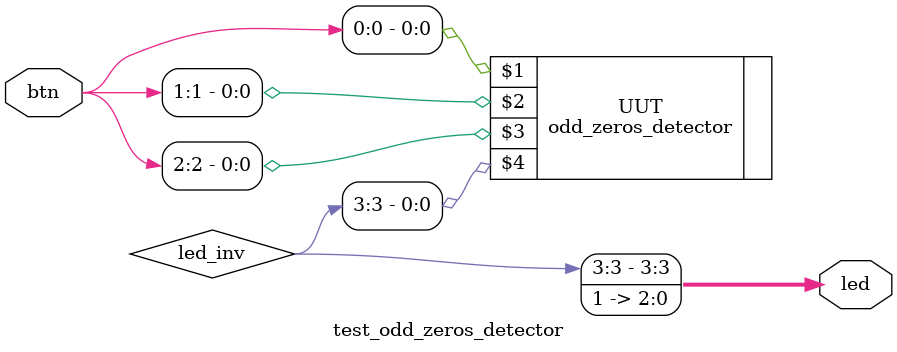
<source format=v>
module test_odd_zeros_detector(
  input [2:0] btn,
  output [3:0] led
);
  
  wire [2:0] btn_inv;
  wire [3:0] led_inv;
  
  //assign btn_inv = ~btn;
  
  odd_zeros_detector UUT( btn[0], btn[1], btn[2], led_inv[3] );
  
  assign led[3] = led_inv[3];
  
  assign led[2:0] = 3'b111;

endmodule

</source>
